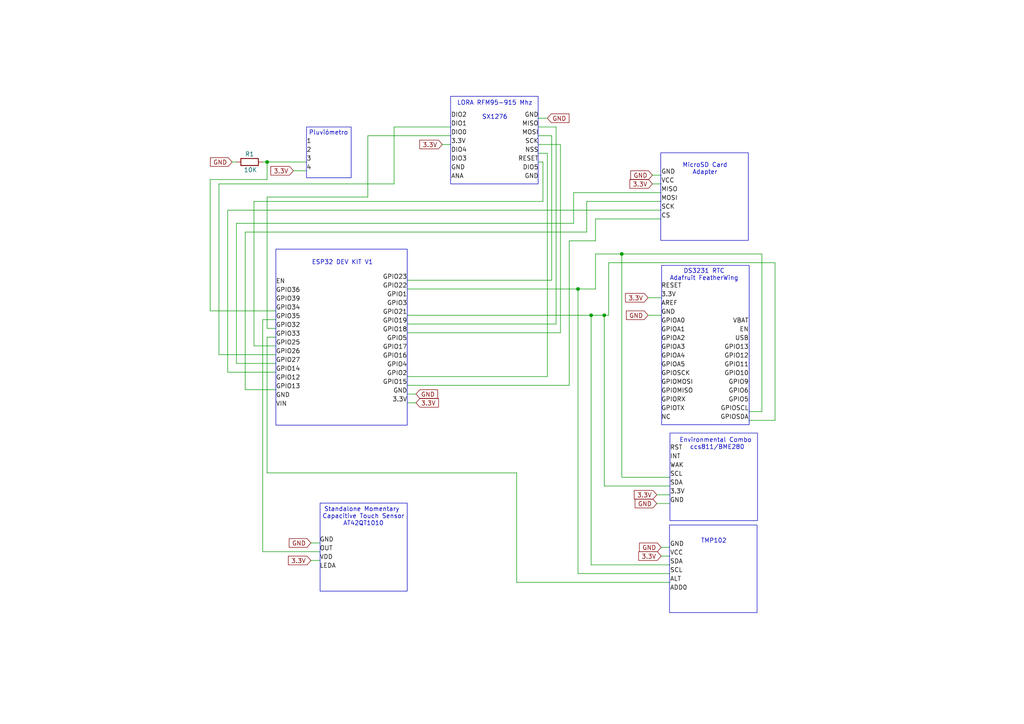
<source format=kicad_sch>
(kicad_sch (version 20231120) (generator "eeschema") (generator_version "8.0")
  (paper "A4")
  (lib_symbols
    (symbol "Device:R" (pin_numbers hide) (pin_names (offset 0))
      (property "Reference" "R" (at 2.032 0 90))
      (property "Value" "R" (at 0 0 90))
      (symbol "R_0_1"
        (rectangle (start -1.016 -2.54) (end 1.016 2.54) (stroke (width 0.254)))
      )
      (symbol "R_1_1"
        (pin passive line (at 0 3.81 270) (length 1.27) (name "~") (number "1"))
        (pin passive line (at 0 -3.81 90) (length 1.27) (name "~") (number "2"))
      )
    )
  )
  (junction (at 171.45 91.44))
  (junction (at 77.47 46.99))
  (junction (at 175.26 91.44))
  (junction (at 167.64 83.82))
  (junction (at 180.34 73.66))
  (wire (pts (xy 156.21 36.83) (xy 161.29 36.83)))
  (wire (pts (xy 194.31 166.37) (xy 167.64 166.37)))
  (wire (pts (xy 180.34 73.66) (xy 180.34 138.43)))
  (wire (pts (xy 167.64 83.82) (xy 118.11 83.82)))
  (wire (pts (xy 68.58 64.77) (xy 166.37 64.77)))
  (wire (pts (xy 90.17 157.48) (xy 92.71 157.48)))
  (wire (pts (xy 156.21 41.91) (xy 162.56 41.91)))
  (wire (pts (xy 149.86 168.91) (xy 194.31 168.91)))
  (wire (pts (xy 172.72 63.5) (xy 191.77 63.5)))
  (wire (pts (xy 166.37 55.88) (xy 166.37 64.77)))
  (wire (pts (xy 80.01 97.79) (xy 77.47 97.79)))
  (wire (pts (xy 217.17 121.92) (xy 224.79 121.92)))
  (wire (pts (xy 77.47 46.99) (xy 88.9 46.99)))
  (wire (pts (xy 171.45 91.44) (xy 118.11 91.44)))
  (wire (pts (xy 63.5 53.34) (xy 114.3 53.34)))
  (wire (pts (xy 67.31 46.99) (xy 68.58 46.99)))
  (wire (pts (xy 189.23 50.8) (xy 191.77 50.8)))
  (wire (pts (xy 165.1 111.76) (xy 118.11 111.76)))
  (wire (pts (xy 190.5 143.51) (xy 194.31 143.51)))
  (wire (pts (xy 118.11 109.22) (xy 158.75 109.22)))
  (wire (pts (xy 156.21 34.29) (xy 158.75 34.29)))
  (wire (pts (xy 66.04 60.96) (xy 191.77 60.96)))
  (wire (pts (xy 180.34 73.66) (xy 220.98 73.66)))
  (wire (pts (xy 176.53 91.44) (xy 175.26 91.44)))
  (wire (pts (xy 161.29 36.83) (xy 161.29 93.98)))
  (wire (pts (xy 157.48 46.99) (xy 156.21 46.99)))
  (wire (pts (xy 160.02 81.28) (xy 118.11 81.28)))
  (wire (pts (xy 175.26 91.44) (xy 175.26 140.97)))
  (wire (pts (xy 77.47 97.79) (xy 77.47 137.16)))
  (wire (pts (xy 73.66 100.33) (xy 80.01 100.33)))
  (wire (pts (xy 60.96 52.07) (xy 60.96 90.17)))
  (wire (pts (xy 176.53 76.2) (xy 224.79 76.2)))
  (wire (pts (xy 190.5 146.05) (xy 194.31 146.05)))
  (wire (pts (xy 191.77 158.75) (xy 194.31 158.75)))
  (wire (pts (xy 85.09 49.53) (xy 88.9 49.53)))
  (wire (pts (xy 114.3 53.34) (xy 114.3 36.83)))
  (wire (pts (xy 175.26 140.97) (xy 194.31 140.97)))
  (wire (pts (xy 68.58 64.77) (xy 68.58 105.41)))
  (wire (pts (xy 176.53 76.2) (xy 176.53 91.44)))
  (wire (pts (xy 66.04 107.95) (xy 80.01 107.95)))
  (wire (pts (xy 76.2 160.02) (xy 76.2 92.71)))
  (wire (pts (xy 68.58 105.41) (xy 80.01 105.41)))
  (wire (pts (xy 191.77 58.42) (xy 170.18 58.42)))
  (wire (pts (xy 156.21 44.45) (xy 158.75 44.45)))
  (wire (pts (xy 77.47 52.07) (xy 60.96 52.07)))
  (wire (pts (xy 160.02 39.37) (xy 160.02 81.28)))
  (wire (pts (xy 71.12 67.31) (xy 71.12 113.03)))
  (wire (pts (xy 77.47 137.16) (xy 149.86 137.16)))
  (wire (pts (xy 224.79 76.2) (xy 224.79 121.92)))
  (wire (pts (xy 158.75 109.22) (xy 158.75 44.45)))
  (wire (pts (xy 165.1 69.85) (xy 165.1 111.76)))
  (wire (pts (xy 66.04 60.96) (xy 66.04 107.95)))
  (wire (pts (xy 162.56 96.52) (xy 118.11 96.52)))
  (wire (pts (xy 187.96 86.36) (xy 191.77 86.36)))
  (wire (pts (xy 77.47 95.25) (xy 80.01 95.25)))
  (wire (pts (xy 71.12 67.31) (xy 170.18 67.31)))
  (wire (pts (xy 156.21 39.37) (xy 160.02 39.37)))
  (wire (pts (xy 187.96 91.44) (xy 191.77 91.44)))
  (wire (pts (xy 90.17 162.56) (xy 92.71 162.56)))
  (wire (pts (xy 157.48 58.42) (xy 157.48 46.99)))
  (wire (pts (xy 77.47 57.15) (xy 77.47 95.25)))
  (wire (pts (xy 172.72 83.82) (xy 167.64 83.82)))
  (wire (pts (xy 171.45 163.83) (xy 171.45 91.44)))
  (wire (pts (xy 106.68 39.37) (xy 106.68 57.15)))
  (wire (pts (xy 63.5 102.87) (xy 80.01 102.87)))
  (wire (pts (xy 76.2 46.99) (xy 77.47 46.99)))
  (wire (pts (xy 106.68 57.15) (xy 77.47 57.15)))
  (wire (pts (xy 170.18 58.42) (xy 170.18 67.31)))
  (wire (pts (xy 118.11 116.84) (xy 120.65 116.84)))
  (wire (pts (xy 149.86 137.16) (xy 149.86 168.91)))
  (wire (pts (xy 73.66 58.42) (xy 157.48 58.42)))
  (wire (pts (xy 128.27 41.91) (xy 130.81 41.91)))
  (wire (pts (xy 180.34 138.43) (xy 194.31 138.43)))
  (wire (pts (xy 191.77 55.88) (xy 166.37 55.88)))
  (wire (pts (xy 114.3 36.83) (xy 130.81 36.83)))
  (wire (pts (xy 92.71 160.02) (xy 76.2 160.02)))
  (wire (pts (xy 172.72 69.85) (xy 165.1 69.85)))
  (wire (pts (xy 71.12 113.03) (xy 80.01 113.03)))
  (wire (pts (xy 172.72 73.66) (xy 180.34 73.66)))
  (wire (pts (xy 73.66 58.42) (xy 73.66 100.33)))
  (wire (pts (xy 77.47 52.07) (xy 77.47 46.99)))
  (wire (pts (xy 220.98 73.66) (xy 220.98 119.38)))
  (wire (pts (xy 162.56 41.91) (xy 162.56 96.52)))
  (wire (pts (xy 191.77 161.29) (xy 194.31 161.29)))
  (wire (pts (xy 172.72 73.66) (xy 172.72 83.82)))
  (wire (pts (xy 60.96 90.17) (xy 80.01 90.17)))
  (wire (pts (xy 130.81 39.37) (xy 106.68 39.37)))
  (wire (pts (xy 161.29 93.98) (xy 118.11 93.98)))
  (wire (pts (xy 189.23 53.34) (xy 191.77 53.34)))
  (wire (pts (xy 194.31 163.83) (xy 171.45 163.83)))
  (wire (pts (xy 118.11 114.3) (xy 120.65 114.3)))
  (wire (pts (xy 167.64 166.37) (xy 167.64 83.82)))
  (wire (pts (xy 220.98 119.38) (xy 217.17 119.38)))
  (wire (pts (xy 76.2 92.71) (xy 80.01 92.71)))
  (wire (pts (xy 172.72 69.85) (xy 172.72 63.5)))
  (wire (pts (xy 63.5 53.34) (xy 63.5 102.87)))
  (wire (pts (xy 175.26 91.44) (xy 171.45 91.44)))
  (rectangle (start 92.837 145.923) (end 118.11 171.45))
  (rectangle (start 194.183 152.273) (end 219.583 177.673))
  (rectangle (start 194.31 125.603) (end 219.71 151.003))
  (rectangle (start 191.897 76.962) (end 217.297 123.19))
  (rectangle (start 130.683 27.94) (end 156.083 53.34))
  (rectangle (start 88.9 36.83) (end 101.854 51.562))
  (rectangle (start 80.01 72.263) (end 118.11 123.317))
  (rectangle (start 191.643 44.323) (end 217.043 69.723))
  (text "Environmental Combo \nccs811/BME280" (at 208.026 128.778 0) (effects (font (size 1.27 1.27))))
  (text "ESP32 DEV KIT V1\n" (at 99.314 76.2 0) (effects (font (size 1.27 1.27))))
  (text "DS3231 RTC\nAdafruit FeatherWing" (at 204.216 79.756 0) (effects (font (size 1.27 1.27))))
  (text "TMP102\n" (at 207.01 156.972 0) (effects (font (size 1.27 1.27))))
  (text "Standalone Momentary \nCapacitive Touch Sensor\nAT42QT1010" (at 105.41 149.86 0) (effects (font (size 1.27 1.27))))
  (text "MicroSD Card\nAdapter\n" (at 204.47 49.022 0) (effects (font (size 1.27 1.27))))
  (text "Pluviómetro " (at 95.758 38.608 0) (effects (font (size 1.27 1.27))))
  (text "LORA RFM95-915 Mhz\n\nSX1276" (at 143.51 32.004 0) (effects (font (size 1.27 1.27))))
  (label "GPIOMOSI" (at 191.77 111.76 0))
  (label "ADD0" (at 194.31 171.45 0))
  (label "3.3V" (at 130.81 41.91 0))
  (label "GPIO10" (at 217.17 109.22 180))
  (label "GPIO1" (at 118.11 86.36 180))
  (label "GND" (at 156.21 34.29 180))
  (label "DIO3" (at 130.81 46.99 0))
  (label "SCK" (at 191.77 60.96 0))
  (label "VCC" (at 194.31 161.29 0))
  (label "DIO2" (at 130.81 34.29 0))
  (label "GPIOTX" (at 191.77 119.38 0))
  (label "GPIORX" (at 191.77 116.84 0))
  (label "DIO1" (at 130.81 36.83 0))
  (label "GPIO12" (at 217.17 104.14 180))
  (label "VBAT" (at 217.17 93.98 180))
  (label "GPIOSCK" (at 191.77 109.22 0))
  (label "GND" (at 194.31 146.05 0))
  (label "MISO" (at 156.21 36.83 180))
  (label "ALT" (at 194.31 168.91 0))
  (label "WAK" (at 194.31 135.89 0))
  (label "VCC" (at 191.77 53.34 0))
  (label "GND" (at 80.01 115.57 0))
  (label "SDA" (at 194.31 140.97 0))
  (label "AREF" (at 191.77 88.9 0))
  (label "GPIO21" (at 118.11 91.44 180))
  (label "GND" (at 191.77 50.8 0))
  (label "GND" (at 92.71 157.48 0))
  (label "GPIO12" (at 80.01 110.49 0))
  (label "GND" (at 118.11 114.3 180))
  (label "GPIO15" (at 118.11 111.76 180))
  (label "GND" (at 156.21 52.07 180))
  (label "GPIOSDA" (at 217.17 121.92 180))
  (label "GPIO22" (at 118.11 83.82 180))
  (label "SDA" (at 194.31 163.83 0))
  (label "GPIO23" (at 118.11 81.28 180))
  (label "DIO4" (at 130.81 44.45 0))
  (label "GND" (at 194.31 158.75 0))
  (label "GPIOA1" (at 191.77 96.52 0))
  (label "EN" (at 217.17 96.52 180))
  (label "4" (at 88.9 49.53 0))
  (label "RESET" (at 156.21 46.99 180))
  (label "1" (at 88.9 41.91 0))
  (label "CS" (at 191.77 63.5 0))
  (label "DIO5" (at 156.21 49.53 180))
  (label "INT" (at 194.31 133.35 0))
  (label "GND" (at 130.81 49.53 0))
  (label "3.3V" (at 118.11 116.84 180))
  (label "RESET" (at 191.77 83.82 0))
  (label "3.3V" (at 194.31 143.51 0))
  (label "GPIO13" (at 217.17 101.6 180))
  (label "EN" (at 80.01 82.55 0))
  (label "GPIO26" (at 80.01 102.87 0))
  (label "GPIO19" (at 118.11 93.98 180))
  (label "GPIO5" (at 217.17 116.84 180))
  (label "GPIO11" (at 217.17 106.68 180))
  (label "GPIO9" (at 217.17 111.76 180))
  (label "GPIOMISO" (at 191.77 114.3 0))
  (label "GPIO16" (at 118.11 104.14 180))
  (label "LEDA" (at 92.71 165.1 0))
  (label "3.3V" (at 191.77 86.36 0))
  (label "GPIO35" (at 80.01 92.71 0))
  (label "NSS" (at 156.21 44.45 180))
  (label "MOSI" (at 191.77 58.42 0))
  (label "GPIO34" (at 80.01 90.17 0))
  (label "GPIO27" (at 80.01 105.41 0))
  (label "GPIO32" (at 80.01 95.25 0))
  (label "NC" (at 191.77 121.92 0))
  (label "ANA" (at 130.81 52.07 0))
  (label "GND" (at 191.77 91.44 0))
  (label "GPIO4" (at 118.11 106.68 180))
  (label "GPIO6" (at 217.17 114.3 180))
  (label "GPIO14" (at 80.01 107.95 0))
  (label "SCL" (at 194.31 138.43 0))
  (label "GPIOSCL" (at 217.17 119.38 180))
  (label "GPIOA5" (at 191.77 106.68 0))
  (label "GPIO18" (at 118.11 96.52 180))
  (label "GPIO25" (at 80.01 100.33 0))
  (label "3" (at 88.9 46.99 0))
  (label "GPIO36" (at 80.01 85.09 0))
  (label "DIO0" (at 130.81 39.37 0))
  (label "GPIO33" (at 80.01 97.79 0))
  (label "GPIO13" (at 80.01 113.03 0))
  (label "MISO" (at 191.77 55.88 0))
  (label "GPIO5" (at 118.11 99.06 180))
  (label "GPIO3" (at 118.11 88.9 180))
  (label "RST" (at 194.31 130.81 0))
  (label "SCK" (at 156.21 41.91 180))
  (label "VDD" (at 92.71 162.56 0))
  (label "2" (at 88.9 44.45 0))
  (label "GPIOA3" (at 191.77 101.6 0))
  (label "VIN" (at 80.01 118.11 0))
  (label "GPIO39" (at 80.01 87.63 0))
  (label "GPIO2" (at 118.11 109.22 180))
  (label "SCL" (at 194.31 166.37 0))
  (label "GPIOA0" (at 191.77 93.98 0))
  (label "GPIO17" (at 118.11 101.6 180))
  (label "OUT" (at 92.71 160.02 0))
  (label "MOSI" (at 156.21 39.37 180))
  (label "GPIOA4" (at 191.77 104.14 0))
  (label "USB" (at 217.17 99.06 180))
  (label "GPIOA2" (at 191.77 99.06 0))
  (global_label "GND" (shape input) (at 158.75 34.29 0) (property "Intersheetrefs" "${INTERSHEET_REFS}" (effects (hide yes))))
  (global_label "GND" (shape input) (at 187.96 91.44 180) (property "Intersheetrefs" "${INTERSHEET_REFS}" (effects (hide yes))))
  (global_label "3.3V" (shape input) (at 191.77 161.29 180) (property "Intersheetrefs" "${INTERSHEET_REFS}" (effects (hide yes))))
  (global_label "GND" (shape input) (at 191.77 158.75 180) (property "Intersheetrefs" "${INTERSHEET_REFS}" (effects (hide yes))))
  (global_label "GND" (shape input) (at 120.65 114.3 0) (property "Intersheetrefs" "${INTERSHEET_REFS}" (effects (hide yes))))
  (global_label "3.3V" (shape input) (at 90.17 162.56 180) (property "Intersheetrefs" "${INTERSHEET_REFS}" (effects (hide yes))))
  (global_label "3.3V" (shape input) (at 128.27 41.91 180) (property "Intersheetrefs" "${INTERSHEET_REFS}" (effects (hide yes))))
  (global_label "GND" (shape input) (at 90.17 157.48 180) (property "Intersheetrefs" "${INTERSHEET_REFS}" (effects (hide yes))))
  (global_label "3.3V" (shape input) (at 85.09 49.53 180) (property "Intersheetrefs" "${INTERSHEET_REFS}" (effects (hide yes))))
  (global_label "GND" (shape input) (at 190.5 146.05 180) (property "Intersheetrefs" "${INTERSHEET_REFS}" (effects (hide yes))))
  (global_label "3.3V" (shape input) (at 120.65 116.84 0) (property "Intersheetrefs" "${INTERSHEET_REFS}" (effects (hide yes))))
  (global_label "3.3V" (shape input) (at 187.96 86.36 180) (property "Intersheetrefs" "${INTERSHEET_REFS}" (effects (hide yes))))
  (global_label "3.3V" (shape input) (at 190.5 143.51 180) (property "Intersheetrefs" "${INTERSHEET_REFS}" (effects (hide yes))))
  (global_label "GND" (shape input) (at 189.23 50.8 180) (property "Intersheetrefs" "${INTERSHEET_REFS}" (effects (hide yes))))
  (global_label "GND" (shape input) (at 67.31 46.99 180) (property "Intersheetrefs" "${INTERSHEET_REFS}" (effects (hide yes))))
  (global_label "3.3V" (shape input) (at 189.23 53.34 180) (property "Intersheetrefs" "${INTERSHEET_REFS}" (effects (hide yes))))
  (symbol (lib_id "Device:R") (at 72.39 46.99 270) (unit 1)
    (property "Reference" "R1" (at 72.39 44.704 90))
    (property "Value" "10K" (at 72.644 49.276 90))
    (property "Description" "Resistor" (effects (hide yes)))
  )
)
</source>
